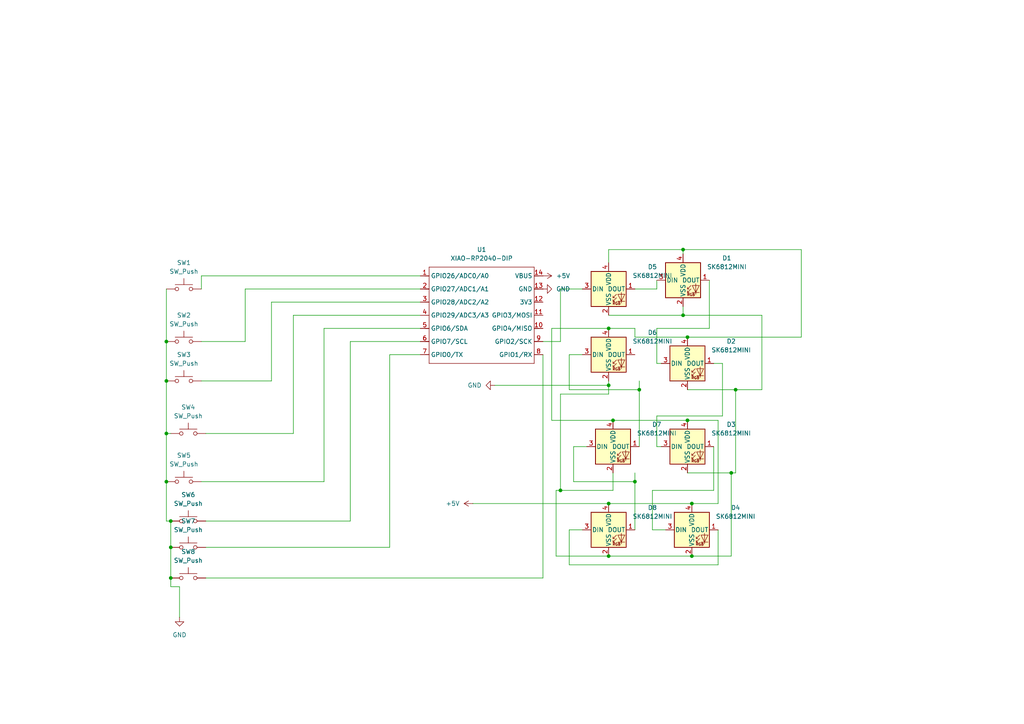
<source format=kicad_sch>
(kicad_sch
	(version 20250114)
	(generator "eeschema")
	(generator_version "9.0")
	(uuid "00dbcaf0-400d-4f8b-8d42-988afb13dc1b")
	(paper "A4")
	(lib_symbols
		(symbol "LED:SK6812MINI"
			(pin_names
				(offset 0.254)
			)
			(exclude_from_sim no)
			(in_bom yes)
			(on_board yes)
			(property "Reference" "D"
				(at 5.08 5.715 0)
				(effects
					(font
						(size 1.27 1.27)
					)
					(justify right bottom)
				)
			)
			(property "Value" "SK6812MINI"
				(at 1.27 -5.715 0)
				(effects
					(font
						(size 1.27 1.27)
					)
					(justify left top)
				)
			)
			(property "Footprint" "LED_SMD:LED_SK6812MINI_PLCC4_3.5x3.5mm_P1.75mm"
				(at 1.27 -7.62 0)
				(effects
					(font
						(size 1.27 1.27)
					)
					(justify left top)
					(hide yes)
				)
			)
			(property "Datasheet" "https://cdn-shop.adafruit.com/product-files/2686/SK6812MINI_REV.01-1-2.pdf"
				(at 2.54 -9.525 0)
				(effects
					(font
						(size 1.27 1.27)
					)
					(justify left top)
					(hide yes)
				)
			)
			(property "Description" "RGB LED with integrated controller"
				(at 0 0 0)
				(effects
					(font
						(size 1.27 1.27)
					)
					(hide yes)
				)
			)
			(property "ki_keywords" "RGB LED NeoPixel Mini addressable"
				(at 0 0 0)
				(effects
					(font
						(size 1.27 1.27)
					)
					(hide yes)
				)
			)
			(property "ki_fp_filters" "LED*SK6812MINI*PLCC*3.5x3.5mm*P1.75mm*"
				(at 0 0 0)
				(effects
					(font
						(size 1.27 1.27)
					)
					(hide yes)
				)
			)
			(symbol "SK6812MINI_0_0"
				(text "RGB"
					(at 2.286 -4.191 0)
					(effects
						(font
							(size 0.762 0.762)
						)
					)
				)
			)
			(symbol "SK6812MINI_0_1"
				(polyline
					(pts
						(xy 1.27 -2.54) (xy 1.778 -2.54)
					)
					(stroke
						(width 0)
						(type default)
					)
					(fill
						(type none)
					)
				)
				(polyline
					(pts
						(xy 1.27 -3.556) (xy 1.778 -3.556)
					)
					(stroke
						(width 0)
						(type default)
					)
					(fill
						(type none)
					)
				)
				(polyline
					(pts
						(xy 2.286 -1.524) (xy 1.27 -2.54) (xy 1.27 -2.032)
					)
					(stroke
						(width 0)
						(type default)
					)
					(fill
						(type none)
					)
				)
				(polyline
					(pts
						(xy 2.286 -2.54) (xy 1.27 -3.556) (xy 1.27 -3.048)
					)
					(stroke
						(width 0)
						(type default)
					)
					(fill
						(type none)
					)
				)
				(polyline
					(pts
						(xy 3.683 -1.016) (xy 3.683 -3.556) (xy 3.683 -4.064)
					)
					(stroke
						(width 0)
						(type default)
					)
					(fill
						(type none)
					)
				)
				(polyline
					(pts
						(xy 4.699 -1.524) (xy 2.667 -1.524) (xy 3.683 -3.556) (xy 4.699 -1.524)
					)
					(stroke
						(width 0)
						(type default)
					)
					(fill
						(type none)
					)
				)
				(polyline
					(pts
						(xy 4.699 -3.556) (xy 2.667 -3.556)
					)
					(stroke
						(width 0)
						(type default)
					)
					(fill
						(type none)
					)
				)
				(rectangle
					(start 5.08 5.08)
					(end -5.08 -5.08)
					(stroke
						(width 0.254)
						(type default)
					)
					(fill
						(type background)
					)
				)
			)
			(symbol "SK6812MINI_1_1"
				(pin input line
					(at -7.62 0 0)
					(length 2.54)
					(name "DIN"
						(effects
							(font
								(size 1.27 1.27)
							)
						)
					)
					(number "3"
						(effects
							(font
								(size 1.27 1.27)
							)
						)
					)
				)
				(pin power_in line
					(at 0 7.62 270)
					(length 2.54)
					(name "VDD"
						(effects
							(font
								(size 1.27 1.27)
							)
						)
					)
					(number "4"
						(effects
							(font
								(size 1.27 1.27)
							)
						)
					)
				)
				(pin power_in line
					(at 0 -7.62 90)
					(length 2.54)
					(name "VSS"
						(effects
							(font
								(size 1.27 1.27)
							)
						)
					)
					(number "2"
						(effects
							(font
								(size 1.27 1.27)
							)
						)
					)
				)
				(pin output line
					(at 7.62 0 180)
					(length 2.54)
					(name "DOUT"
						(effects
							(font
								(size 1.27 1.27)
							)
						)
					)
					(number "1"
						(effects
							(font
								(size 1.27 1.27)
							)
						)
					)
				)
			)
			(embedded_fonts no)
		)
		(symbol "OPL:XIAO-RP2040-DIP"
			(exclude_from_sim no)
			(in_bom yes)
			(on_board yes)
			(property "Reference" "U"
				(at 0 0 0)
				(effects
					(font
						(size 1.27 1.27)
					)
				)
			)
			(property "Value" "XIAO-RP2040-DIP"
				(at 5.334 -1.778 0)
				(effects
					(font
						(size 1.27 1.27)
					)
				)
			)
			(property "Footprint" "Module:MOUDLE14P-XIAO-DIP-SMD"
				(at 14.478 -32.258 0)
				(effects
					(font
						(size 1.27 1.27)
					)
					(hide yes)
				)
			)
			(property "Datasheet" ""
				(at 0 0 0)
				(effects
					(font
						(size 1.27 1.27)
					)
					(hide yes)
				)
			)
			(property "Description" ""
				(at 0 0 0)
				(effects
					(font
						(size 1.27 1.27)
					)
					(hide yes)
				)
			)
			(symbol "XIAO-RP2040-DIP_1_0"
				(polyline
					(pts
						(xy -1.27 -2.54) (xy 29.21 -2.54)
					)
					(stroke
						(width 0.1524)
						(type solid)
					)
					(fill
						(type none)
					)
				)
				(polyline
					(pts
						(xy -1.27 -5.08) (xy -2.54 -5.08)
					)
					(stroke
						(width 0.1524)
						(type solid)
					)
					(fill
						(type none)
					)
				)
				(polyline
					(pts
						(xy -1.27 -5.08) (xy -1.27 -2.54)
					)
					(stroke
						(width 0.1524)
						(type solid)
					)
					(fill
						(type none)
					)
				)
				(polyline
					(pts
						(xy -1.27 -8.89) (xy -2.54 -8.89)
					)
					(stroke
						(width 0.1524)
						(type solid)
					)
					(fill
						(type none)
					)
				)
				(polyline
					(pts
						(xy -1.27 -8.89) (xy -1.27 -5.08)
					)
					(stroke
						(width 0.1524)
						(type solid)
					)
					(fill
						(type none)
					)
				)
				(polyline
					(pts
						(xy -1.27 -12.7) (xy -2.54 -12.7)
					)
					(stroke
						(width 0.1524)
						(type solid)
					)
					(fill
						(type none)
					)
				)
				(polyline
					(pts
						(xy -1.27 -12.7) (xy -1.27 -8.89)
					)
					(stroke
						(width 0.1524)
						(type solid)
					)
					(fill
						(type none)
					)
				)
				(polyline
					(pts
						(xy -1.27 -16.51) (xy -2.54 -16.51)
					)
					(stroke
						(width 0.1524)
						(type solid)
					)
					(fill
						(type none)
					)
				)
				(polyline
					(pts
						(xy -1.27 -16.51) (xy -1.27 -12.7)
					)
					(stroke
						(width 0.1524)
						(type solid)
					)
					(fill
						(type none)
					)
				)
				(polyline
					(pts
						(xy -1.27 -20.32) (xy -2.54 -20.32)
					)
					(stroke
						(width 0.1524)
						(type solid)
					)
					(fill
						(type none)
					)
				)
				(polyline
					(pts
						(xy -1.27 -24.13) (xy -2.54 -24.13)
					)
					(stroke
						(width 0.1524)
						(type solid)
					)
					(fill
						(type none)
					)
				)
				(polyline
					(pts
						(xy -1.27 -27.94) (xy -2.54 -27.94)
					)
					(stroke
						(width 0.1524)
						(type solid)
					)
					(fill
						(type none)
					)
				)
				(polyline
					(pts
						(xy -1.27 -30.48) (xy -1.27 -16.51)
					)
					(stroke
						(width 0.1524)
						(type solid)
					)
					(fill
						(type none)
					)
				)
				(polyline
					(pts
						(xy 29.21 -2.54) (xy 29.21 -5.08)
					)
					(stroke
						(width 0.1524)
						(type solid)
					)
					(fill
						(type none)
					)
				)
				(polyline
					(pts
						(xy 29.21 -5.08) (xy 29.21 -8.89)
					)
					(stroke
						(width 0.1524)
						(type solid)
					)
					(fill
						(type none)
					)
				)
				(polyline
					(pts
						(xy 29.21 -8.89) (xy 29.21 -12.7)
					)
					(stroke
						(width 0.1524)
						(type solid)
					)
					(fill
						(type none)
					)
				)
				(polyline
					(pts
						(xy 29.21 -12.7) (xy 29.21 -30.48)
					)
					(stroke
						(width 0.1524)
						(type solid)
					)
					(fill
						(type none)
					)
				)
				(polyline
					(pts
						(xy 29.21 -30.48) (xy -1.27 -30.48)
					)
					(stroke
						(width 0.1524)
						(type solid)
					)
					(fill
						(type none)
					)
				)
				(polyline
					(pts
						(xy 30.48 -5.08) (xy 29.21 -5.08)
					)
					(stroke
						(width 0.1524)
						(type solid)
					)
					(fill
						(type none)
					)
				)
				(polyline
					(pts
						(xy 30.48 -8.89) (xy 29.21 -8.89)
					)
					(stroke
						(width 0.1524)
						(type solid)
					)
					(fill
						(type none)
					)
				)
				(polyline
					(pts
						(xy 30.48 -12.7) (xy 29.21 -12.7)
					)
					(stroke
						(width 0.1524)
						(type solid)
					)
					(fill
						(type none)
					)
				)
				(polyline
					(pts
						(xy 30.48 -16.51) (xy 29.21 -16.51)
					)
					(stroke
						(width 0.1524)
						(type solid)
					)
					(fill
						(type none)
					)
				)
				(polyline
					(pts
						(xy 30.48 -20.32) (xy 29.21 -20.32)
					)
					(stroke
						(width 0.1524)
						(type solid)
					)
					(fill
						(type none)
					)
				)
				(polyline
					(pts
						(xy 30.48 -24.13) (xy 29.21 -24.13)
					)
					(stroke
						(width 0.1524)
						(type solid)
					)
					(fill
						(type none)
					)
				)
				(polyline
					(pts
						(xy 30.48 -27.94) (xy 29.21 -27.94)
					)
					(stroke
						(width 0.1524)
						(type solid)
					)
					(fill
						(type none)
					)
				)
				(pin passive line
					(at -3.81 -5.08 0)
					(length 2.54)
					(name "GPIO26/ADC0/A0"
						(effects
							(font
								(size 1.27 1.27)
							)
						)
					)
					(number "1"
						(effects
							(font
								(size 1.27 1.27)
							)
						)
					)
				)
				(pin passive line
					(at -3.81 -8.89 0)
					(length 2.54)
					(name "GPIO27/ADC1/A1"
						(effects
							(font
								(size 1.27 1.27)
							)
						)
					)
					(number "2"
						(effects
							(font
								(size 1.27 1.27)
							)
						)
					)
				)
				(pin passive line
					(at -3.81 -12.7 0)
					(length 2.54)
					(name "GPIO28/ADC2/A2"
						(effects
							(font
								(size 1.27 1.27)
							)
						)
					)
					(number "3"
						(effects
							(font
								(size 1.27 1.27)
							)
						)
					)
				)
				(pin passive line
					(at -3.81 -16.51 0)
					(length 2.54)
					(name "GPIO29/ADC3/A3"
						(effects
							(font
								(size 1.27 1.27)
							)
						)
					)
					(number "4"
						(effects
							(font
								(size 1.27 1.27)
							)
						)
					)
				)
				(pin passive line
					(at -3.81 -20.32 0)
					(length 2.54)
					(name "GPIO6/SDA"
						(effects
							(font
								(size 1.27 1.27)
							)
						)
					)
					(number "5"
						(effects
							(font
								(size 1.27 1.27)
							)
						)
					)
				)
				(pin passive line
					(at -3.81 -24.13 0)
					(length 2.54)
					(name "GPIO7/SCL"
						(effects
							(font
								(size 1.27 1.27)
							)
						)
					)
					(number "6"
						(effects
							(font
								(size 1.27 1.27)
							)
						)
					)
				)
				(pin passive line
					(at -3.81 -27.94 0)
					(length 2.54)
					(name "GPIO0/TX"
						(effects
							(font
								(size 1.27 1.27)
							)
						)
					)
					(number "7"
						(effects
							(font
								(size 1.27 1.27)
							)
						)
					)
				)
				(pin passive line
					(at 31.75 -5.08 180)
					(length 2.54)
					(name "VBUS"
						(effects
							(font
								(size 1.27 1.27)
							)
						)
					)
					(number "14"
						(effects
							(font
								(size 1.27 1.27)
							)
						)
					)
				)
				(pin passive line
					(at 31.75 -8.89 180)
					(length 2.54)
					(name "GND"
						(effects
							(font
								(size 1.27 1.27)
							)
						)
					)
					(number "13"
						(effects
							(font
								(size 1.27 1.27)
							)
						)
					)
				)
				(pin passive line
					(at 31.75 -12.7 180)
					(length 2.54)
					(name "3V3"
						(effects
							(font
								(size 1.27 1.27)
							)
						)
					)
					(number "12"
						(effects
							(font
								(size 1.27 1.27)
							)
						)
					)
				)
				(pin passive line
					(at 31.75 -16.51 180)
					(length 2.54)
					(name "GPIO3/MOSI"
						(effects
							(font
								(size 1.27 1.27)
							)
						)
					)
					(number "11"
						(effects
							(font
								(size 1.27 1.27)
							)
						)
					)
				)
				(pin passive line
					(at 31.75 -20.32 180)
					(length 2.54)
					(name "GPIO4/MISO"
						(effects
							(font
								(size 1.27 1.27)
							)
						)
					)
					(number "10"
						(effects
							(font
								(size 1.27 1.27)
							)
						)
					)
				)
				(pin passive line
					(at 31.75 -24.13 180)
					(length 2.54)
					(name "GPIO2/SCK"
						(effects
							(font
								(size 1.27 1.27)
							)
						)
					)
					(number "9"
						(effects
							(font
								(size 1.27 1.27)
							)
						)
					)
				)
				(pin passive line
					(at 31.75 -27.94 180)
					(length 2.54)
					(name "GPIO1/RX"
						(effects
							(font
								(size 1.27 1.27)
							)
						)
					)
					(number "8"
						(effects
							(font
								(size 1.27 1.27)
							)
						)
					)
				)
			)
			(embedded_fonts no)
		)
		(symbol "Switch:SW_Push"
			(pin_numbers
				(hide yes)
			)
			(pin_names
				(offset 1.016)
				(hide yes)
			)
			(exclude_from_sim no)
			(in_bom yes)
			(on_board yes)
			(property "Reference" "SW"
				(at 1.27 2.54 0)
				(effects
					(font
						(size 1.27 1.27)
					)
					(justify left)
				)
			)
			(property "Value" "SW_Push"
				(at 0 -1.524 0)
				(effects
					(font
						(size 1.27 1.27)
					)
				)
			)
			(property "Footprint" ""
				(at 0 5.08 0)
				(effects
					(font
						(size 1.27 1.27)
					)
					(hide yes)
				)
			)
			(property "Datasheet" "~"
				(at 0 5.08 0)
				(effects
					(font
						(size 1.27 1.27)
					)
					(hide yes)
				)
			)
			(property "Description" "Push button switch, generic, two pins"
				(at 0 0 0)
				(effects
					(font
						(size 1.27 1.27)
					)
					(hide yes)
				)
			)
			(property "ki_keywords" "switch normally-open pushbutton push-button"
				(at 0 0 0)
				(effects
					(font
						(size 1.27 1.27)
					)
					(hide yes)
				)
			)
			(symbol "SW_Push_0_1"
				(circle
					(center -2.032 0)
					(radius 0.508)
					(stroke
						(width 0)
						(type default)
					)
					(fill
						(type none)
					)
				)
				(polyline
					(pts
						(xy 0 1.27) (xy 0 3.048)
					)
					(stroke
						(width 0)
						(type default)
					)
					(fill
						(type none)
					)
				)
				(circle
					(center 2.032 0)
					(radius 0.508)
					(stroke
						(width 0)
						(type default)
					)
					(fill
						(type none)
					)
				)
				(polyline
					(pts
						(xy 2.54 1.27) (xy -2.54 1.27)
					)
					(stroke
						(width 0)
						(type default)
					)
					(fill
						(type none)
					)
				)
				(pin passive line
					(at -5.08 0 0)
					(length 2.54)
					(name "1"
						(effects
							(font
								(size 1.27 1.27)
							)
						)
					)
					(number "1"
						(effects
							(font
								(size 1.27 1.27)
							)
						)
					)
				)
				(pin passive line
					(at 5.08 0 180)
					(length 2.54)
					(name "2"
						(effects
							(font
								(size 1.27 1.27)
							)
						)
					)
					(number "2"
						(effects
							(font
								(size 1.27 1.27)
							)
						)
					)
				)
			)
			(embedded_fonts no)
		)
		(symbol "power:+5V"
			(power)
			(pin_numbers
				(hide yes)
			)
			(pin_names
				(offset 0)
				(hide yes)
			)
			(exclude_from_sim no)
			(in_bom yes)
			(on_board yes)
			(property "Reference" "#PWR"
				(at 0 -3.81 0)
				(effects
					(font
						(size 1.27 1.27)
					)
					(hide yes)
				)
			)
			(property "Value" "+5V"
				(at 0 3.556 0)
				(effects
					(font
						(size 1.27 1.27)
					)
				)
			)
			(property "Footprint" ""
				(at 0 0 0)
				(effects
					(font
						(size 1.27 1.27)
					)
					(hide yes)
				)
			)
			(property "Datasheet" ""
				(at 0 0 0)
				(effects
					(font
						(size 1.27 1.27)
					)
					(hide yes)
				)
			)
			(property "Description" "Power symbol creates a global label with name \"+5V\""
				(at 0 0 0)
				(effects
					(font
						(size 1.27 1.27)
					)
					(hide yes)
				)
			)
			(property "ki_keywords" "global power"
				(at 0 0 0)
				(effects
					(font
						(size 1.27 1.27)
					)
					(hide yes)
				)
			)
			(symbol "+5V_0_1"
				(polyline
					(pts
						(xy -0.762 1.27) (xy 0 2.54)
					)
					(stroke
						(width 0)
						(type default)
					)
					(fill
						(type none)
					)
				)
				(polyline
					(pts
						(xy 0 2.54) (xy 0.762 1.27)
					)
					(stroke
						(width 0)
						(type default)
					)
					(fill
						(type none)
					)
				)
				(polyline
					(pts
						(xy 0 0) (xy 0 2.54)
					)
					(stroke
						(width 0)
						(type default)
					)
					(fill
						(type none)
					)
				)
			)
			(symbol "+5V_1_1"
				(pin power_in line
					(at 0 0 90)
					(length 0)
					(name "~"
						(effects
							(font
								(size 1.27 1.27)
							)
						)
					)
					(number "1"
						(effects
							(font
								(size 1.27 1.27)
							)
						)
					)
				)
			)
			(embedded_fonts no)
		)
		(symbol "power:GND"
			(power)
			(pin_numbers
				(hide yes)
			)
			(pin_names
				(offset 0)
				(hide yes)
			)
			(exclude_from_sim no)
			(in_bom yes)
			(on_board yes)
			(property "Reference" "#PWR"
				(at 0 -6.35 0)
				(effects
					(font
						(size 1.27 1.27)
					)
					(hide yes)
				)
			)
			(property "Value" "GND"
				(at 0 -3.81 0)
				(effects
					(font
						(size 1.27 1.27)
					)
				)
			)
			(property "Footprint" ""
				(at 0 0 0)
				(effects
					(font
						(size 1.27 1.27)
					)
					(hide yes)
				)
			)
			(property "Datasheet" ""
				(at 0 0 0)
				(effects
					(font
						(size 1.27 1.27)
					)
					(hide yes)
				)
			)
			(property "Description" "Power symbol creates a global label with name \"GND\" , ground"
				(at 0 0 0)
				(effects
					(font
						(size 1.27 1.27)
					)
					(hide yes)
				)
			)
			(property "ki_keywords" "global power"
				(at 0 0 0)
				(effects
					(font
						(size 1.27 1.27)
					)
					(hide yes)
				)
			)
			(symbol "GND_0_1"
				(polyline
					(pts
						(xy 0 0) (xy 0 -1.27) (xy 1.27 -1.27) (xy 0 -2.54) (xy -1.27 -1.27) (xy 0 -1.27)
					)
					(stroke
						(width 0)
						(type default)
					)
					(fill
						(type none)
					)
				)
			)
			(symbol "GND_1_1"
				(pin power_in line
					(at 0 0 270)
					(length 0)
					(name "~"
						(effects
							(font
								(size 1.27 1.27)
							)
						)
					)
					(number "1"
						(effects
							(font
								(size 1.27 1.27)
							)
						)
					)
				)
			)
			(embedded_fonts no)
		)
	)
	(junction
		(at 200.66 161.29)
		(diameter 0)
		(color 0 0 0 0)
		(uuid "00a839a0-7e3e-49ba-8b4d-6e9d157459c3")
	)
	(junction
		(at 48.26 125.73)
		(diameter 0)
		(color 0 0 0 0)
		(uuid "091fd055-dfcd-4a6b-aa45-6ab059c64ae3")
	)
	(junction
		(at 176.53 95.25)
		(diameter 0)
		(color 0 0 0 0)
		(uuid "0f884b30-caeb-41af-a96b-147fa4372b10")
	)
	(junction
		(at 198.12 72.39)
		(diameter 0)
		(color 0 0 0 0)
		(uuid "1772d747-8c24-49fc-afbc-3fe796201d27")
	)
	(junction
		(at 199.39 121.92)
		(diameter 0)
		(color 0 0 0 0)
		(uuid "24e8edd8-e6a5-4900-853b-40b3f8e210b6")
	)
	(junction
		(at 48.26 110.49)
		(diameter 0)
		(color 0 0 0 0)
		(uuid "3f064ce5-dffa-4d86-b18e-6e2a692e00ba")
	)
	(junction
		(at 49.53 151.13)
		(diameter 0)
		(color 0 0 0 0)
		(uuid "531340b1-5dad-44b5-b533-67ec17b15c52")
	)
	(junction
		(at 212.09 137.16)
		(diameter 0)
		(color 0 0 0 0)
		(uuid "5b36372a-e2c0-49e1-a629-77ff09168f23")
	)
	(junction
		(at 185.42 113.03)
		(diameter 0)
		(color 0 0 0 0)
		(uuid "61a31adc-c3e6-4f3d-bad9-fc98d62d710b")
	)
	(junction
		(at 49.53 158.75)
		(diameter 0)
		(color 0 0 0 0)
		(uuid "70645101-42b5-4ceb-8db2-a0fd1deeff8e")
	)
	(junction
		(at 162.56 142.24)
		(diameter 0)
		(color 0 0 0 0)
		(uuid "70a6c2af-8b73-4d86-81ae-e7c4cb46d403")
	)
	(junction
		(at 176.53 111.76)
		(diameter 0)
		(color 0 0 0 0)
		(uuid "9510dcb2-2ba0-4cfe-a06d-b295c807dc34")
	)
	(junction
		(at 200.66 146.05)
		(diameter 0)
		(color 0 0 0 0)
		(uuid "9b17688d-418e-4da0-af78-02126ca34fcd")
	)
	(junction
		(at 48.26 139.7)
		(diameter 0)
		(color 0 0 0 0)
		(uuid "9c9112f6-4c3f-4fed-8b27-b5fbc8f4bcec")
	)
	(junction
		(at 199.39 97.79)
		(diameter 0)
		(color 0 0 0 0)
		(uuid "a5a3c816-21f0-4762-83a5-4cf385495cb1")
	)
	(junction
		(at 177.8 121.92)
		(diameter 0)
		(color 0 0 0 0)
		(uuid "a6f9a2d3-63a1-4110-a6c3-d327f07d2828")
	)
	(junction
		(at 48.26 99.06)
		(diameter 0)
		(color 0 0 0 0)
		(uuid "c09389be-d299-41d9-8035-2f571d589f30")
	)
	(junction
		(at 213.36 113.03)
		(diameter 0)
		(color 0 0 0 0)
		(uuid "cd3a52cc-991c-4b8d-8f91-1984e77d3df4")
	)
	(junction
		(at 198.12 91.44)
		(diameter 0)
		(color 0 0 0 0)
		(uuid "dbfa0389-bed0-47e1-80d0-c0e4493f232b")
	)
	(junction
		(at 176.53 161.29)
		(diameter 0)
		(color 0 0 0 0)
		(uuid "e71d8b3a-1492-4f44-82b7-d701eacc5748")
	)
	(junction
		(at 176.53 146.05)
		(diameter 0)
		(color 0 0 0 0)
		(uuid "e7c5d288-c3e9-4a97-a011-8a245916064e")
	)
	(junction
		(at 49.53 167.64)
		(diameter 0)
		(color 0 0 0 0)
		(uuid "fedf15c6-0e23-4b6c-8ca3-ae330b763c95")
	)
	(junction
		(at 184.15 139.7)
		(diameter 0)
		(color 0 0 0 0)
		(uuid "ffa65fe4-c5c6-46f3-a0f2-a8e6e49e4cfb")
	)
	(wire
		(pts
			(xy 48.26 151.13) (xy 49.53 151.13)
		)
		(stroke
			(width 0)
			(type default)
		)
		(uuid "0048913e-76a2-433f-847e-f06f5d249953")
	)
	(wire
		(pts
			(xy 162.56 142.24) (xy 162.56 114.3)
		)
		(stroke
			(width 0)
			(type default)
		)
		(uuid "0112dc1f-33cb-4b1d-bb38-079e4e90ede2")
	)
	(wire
		(pts
			(xy 93.98 95.25) (xy 121.92 95.25)
		)
		(stroke
			(width 0)
			(type default)
		)
		(uuid "014f4286-dc6a-4866-87bc-0a9f273f55e5")
	)
	(wire
		(pts
			(xy 184.15 153.67) (xy 184.15 139.7)
		)
		(stroke
			(width 0)
			(type default)
		)
		(uuid "0829944c-b257-4eb5-8e23-397b38f0ce78")
	)
	(wire
		(pts
			(xy 176.53 95.25) (xy 184.15 95.25)
		)
		(stroke
			(width 0)
			(type default)
		)
		(uuid "0abbcc46-c8b6-4fc7-a66e-1e1e7641d289")
	)
	(wire
		(pts
			(xy 48.26 83.82) (xy 48.26 99.06)
		)
		(stroke
			(width 0)
			(type default)
		)
		(uuid "0ade94dc-6bc7-4fc9-8abf-e7f5223ece6c")
	)
	(wire
		(pts
			(xy 113.03 158.75) (xy 113.03 102.87)
		)
		(stroke
			(width 0)
			(type default)
		)
		(uuid "0b4913f4-16d9-4973-b8cd-00d02d9149ed")
	)
	(wire
		(pts
			(xy 176.53 91.44) (xy 198.12 91.44)
		)
		(stroke
			(width 0)
			(type default)
		)
		(uuid "0ef7ca74-e40b-42d2-a79f-47c8459f261a")
	)
	(wire
		(pts
			(xy 59.69 158.75) (xy 113.03 158.75)
		)
		(stroke
			(width 0)
			(type default)
		)
		(uuid "112c28ad-b3c4-443f-b72e-19071cf2d1bc")
	)
	(wire
		(pts
			(xy 232.41 97.79) (xy 199.39 97.79)
		)
		(stroke
			(width 0)
			(type default)
		)
		(uuid "1162044f-489a-4d5c-9518-3010ba22a9bf")
	)
	(wire
		(pts
			(xy 176.53 76.2) (xy 176.53 72.39)
		)
		(stroke
			(width 0)
			(type default)
		)
		(uuid "136daabb-122a-4698-8cc4-d70c2e2c9ded")
	)
	(wire
		(pts
			(xy 176.53 146.05) (xy 200.66 146.05)
		)
		(stroke
			(width 0)
			(type default)
		)
		(uuid "143f2ce3-e20d-4689-a359-4a286ab259e1")
	)
	(wire
		(pts
			(xy 184.15 139.7) (xy 166.37 139.7)
		)
		(stroke
			(width 0)
			(type default)
		)
		(uuid "148a4b52-4053-4acf-8235-ee43167ea59f")
	)
	(wire
		(pts
			(xy 162.56 114.3) (xy 176.53 114.3)
		)
		(stroke
			(width 0)
			(type default)
		)
		(uuid "1879bfd1-ce93-4c88-ba83-712407302f3a")
	)
	(wire
		(pts
			(xy 162.56 99.06) (xy 162.56 83.82)
		)
		(stroke
			(width 0)
			(type default)
		)
		(uuid "1a4e7929-5099-4ce9-af4f-c6e7b7fddd9c")
	)
	(wire
		(pts
			(xy 176.53 95.25) (xy 160.02 95.25)
		)
		(stroke
			(width 0)
			(type default)
		)
		(uuid "1d1ffc82-4c3e-4d2c-a209-ce7dabf2c555")
	)
	(wire
		(pts
			(xy 184.15 97.79) (xy 184.15 95.25)
		)
		(stroke
			(width 0)
			(type default)
		)
		(uuid "1f3f70ad-fdf3-4431-b8c0-0b7ae0111dcf")
	)
	(wire
		(pts
			(xy 176.53 114.3) (xy 176.53 111.76)
		)
		(stroke
			(width 0)
			(type default)
		)
		(uuid "22815246-1c35-4524-b1ef-4b1243844e63")
	)
	(wire
		(pts
			(xy 93.98 139.7) (xy 93.98 95.25)
		)
		(stroke
			(width 0)
			(type default)
		)
		(uuid "28ff62d6-bee2-45e8-a012-25d2eaa82712")
	)
	(wire
		(pts
			(xy 101.6 99.06) (xy 121.92 99.06)
		)
		(stroke
			(width 0)
			(type default)
		)
		(uuid "2a132add-3e05-4674-a778-0f2681f34f9e")
	)
	(wire
		(pts
			(xy 166.37 129.54) (xy 170.18 129.54)
		)
		(stroke
			(width 0)
			(type default)
		)
		(uuid "2f4bfaab-65e5-40be-af5f-c297478d5125")
	)
	(wire
		(pts
			(xy 165.1 153.67) (xy 168.91 153.67)
		)
		(stroke
			(width 0)
			(type default)
		)
		(uuid "30fbc9df-ef24-45e6-8aa7-2614775d95e5")
	)
	(wire
		(pts
			(xy 58.42 80.01) (xy 121.92 80.01)
		)
		(stroke
			(width 0)
			(type default)
		)
		(uuid "311b4cb2-9435-4767-b524-41b6cb36df0b")
	)
	(wire
		(pts
			(xy 165.1 102.87) (xy 168.91 102.87)
		)
		(stroke
			(width 0)
			(type default)
		)
		(uuid "326a52ef-0efb-4ebb-95b7-edb1b5f57d03")
	)
	(wire
		(pts
			(xy 85.09 91.44) (xy 121.92 91.44)
		)
		(stroke
			(width 0)
			(type default)
		)
		(uuid "34417607-95a9-4d3d-a025-0c2396da4433")
	)
	(wire
		(pts
			(xy 161.29 142.24) (xy 162.56 142.24)
		)
		(stroke
			(width 0)
			(type default)
		)
		(uuid "392280fc-7e4e-493f-8831-53729c48613b")
	)
	(wire
		(pts
			(xy 160.02 121.92) (xy 177.8 121.92)
		)
		(stroke
			(width 0)
			(type default)
		)
		(uuid "3a769b14-9772-42fa-8bf6-ceca6f1e3016")
	)
	(wire
		(pts
			(xy 59.69 151.13) (xy 101.6 151.13)
		)
		(stroke
			(width 0)
			(type default)
		)
		(uuid "3d804f28-bb6f-4fb3-9349-66ac58b41699")
	)
	(wire
		(pts
			(xy 185.42 113.03) (xy 165.1 113.03)
		)
		(stroke
			(width 0)
			(type default)
		)
		(uuid "4228696b-9fca-440f-8dac-a1daa9f26f85")
	)
	(wire
		(pts
			(xy 199.39 121.92) (xy 208.28 121.92)
		)
		(stroke
			(width 0)
			(type default)
		)
		(uuid "461efa95-fb06-4ab7-b149-75d5963ed551")
	)
	(wire
		(pts
			(xy 78.74 110.49) (xy 78.74 87.63)
		)
		(stroke
			(width 0)
			(type default)
		)
		(uuid "46493579-a85d-4a9f-9d1c-cd0299ac8384")
	)
	(wire
		(pts
			(xy 48.26 139.7) (xy 48.26 151.13)
		)
		(stroke
			(width 0)
			(type default)
		)
		(uuid "4bebae21-9d94-4a53-8f88-92abe2ce47f3")
	)
	(wire
		(pts
			(xy 198.12 72.39) (xy 232.41 72.39)
		)
		(stroke
			(width 0)
			(type default)
		)
		(uuid "512f20b8-3c4a-4bf0-995c-3b5f7101cdae")
	)
	(wire
		(pts
			(xy 205.74 81.28) (xy 205.74 95.25)
		)
		(stroke
			(width 0)
			(type default)
		)
		(uuid "5151d3b8-5676-46cf-86b6-2f8bfe5b0d14")
	)
	(wire
		(pts
			(xy 165.1 102.87) (xy 165.1 113.03)
		)
		(stroke
			(width 0)
			(type default)
		)
		(uuid "5177e69e-dc9b-4d06-ab60-1a6d4bef250b")
	)
	(wire
		(pts
			(xy 212.09 137.16) (xy 199.39 137.16)
		)
		(stroke
			(width 0)
			(type default)
		)
		(uuid "5206d14b-e99f-4eea-887b-8c39fe9b8181")
	)
	(wire
		(pts
			(xy 157.48 167.64) (xy 157.48 102.87)
		)
		(stroke
			(width 0)
			(type default)
		)
		(uuid "550f6d56-ca30-41a0-9c90-1947423e2a3a")
	)
	(wire
		(pts
			(xy 161.29 161.29) (xy 161.29 142.24)
		)
		(stroke
			(width 0)
			(type default)
		)
		(uuid "59843ccb-ffd7-4247-95cd-a384988a5ebc")
	)
	(wire
		(pts
			(xy 176.53 161.29) (xy 200.66 161.29)
		)
		(stroke
			(width 0)
			(type default)
		)
		(uuid "60116695-7eea-4e33-9f79-a2cb9dcc835b")
	)
	(wire
		(pts
			(xy 58.42 110.49) (xy 78.74 110.49)
		)
		(stroke
			(width 0)
			(type default)
		)
		(uuid "63c89862-c175-4f9b-9000-755e1e542233")
	)
	(wire
		(pts
			(xy 165.1 163.83) (xy 165.1 153.67)
		)
		(stroke
			(width 0)
			(type default)
		)
		(uuid "699a2388-6005-4b34-bcf2-0590d4bbfe34")
	)
	(wire
		(pts
			(xy 232.41 72.39) (xy 232.41 97.79)
		)
		(stroke
			(width 0)
			(type default)
		)
		(uuid "6a0260ea-9d31-4049-ae45-ce9dc2c13439")
	)
	(wire
		(pts
			(xy 143.51 111.76) (xy 176.53 111.76)
		)
		(stroke
			(width 0)
			(type default)
		)
		(uuid "6b94ab12-7eb9-4f87-b5ab-f82b1ad3c690")
	)
	(wire
		(pts
			(xy 207.01 105.41) (xy 209.55 105.41)
		)
		(stroke
			(width 0)
			(type default)
		)
		(uuid "6e24a994-d252-4a48-b98f-2e998f80a33b")
	)
	(wire
		(pts
			(xy 49.53 158.75) (xy 49.53 167.64)
		)
		(stroke
			(width 0)
			(type default)
		)
		(uuid "6ff1fb46-d9d1-4b7a-b146-967e43cd9e46")
	)
	(wire
		(pts
			(xy 52.07 179.07) (xy 52.07 170.18)
		)
		(stroke
			(width 0)
			(type default)
		)
		(uuid "74b205c9-6de5-48ff-9154-d2b3abf50884")
	)
	(wire
		(pts
			(xy 176.53 111.76) (xy 176.53 110.49)
		)
		(stroke
			(width 0)
			(type default)
		)
		(uuid "774b1c3b-d65a-488f-bb07-4e69ef680939")
	)
	(wire
		(pts
			(xy 48.26 125.73) (xy 49.53 125.73)
		)
		(stroke
			(width 0)
			(type default)
		)
		(uuid "7bde38a4-72d0-4215-b2f3-c085a4f60814")
	)
	(wire
		(pts
			(xy 49.53 170.18) (xy 49.53 167.64)
		)
		(stroke
			(width 0)
			(type default)
		)
		(uuid "7d2debb4-1e5d-4c56-867b-bb28fbd52586")
	)
	(wire
		(pts
			(xy 207.01 142.24) (xy 189.23 142.24)
		)
		(stroke
			(width 0)
			(type default)
		)
		(uuid "7db88d51-526e-4ac5-9ce8-707b9e020a36")
	)
	(wire
		(pts
			(xy 48.26 139.7) (xy 48.26 125.73)
		)
		(stroke
			(width 0)
			(type default)
		)
		(uuid "7e5903bd-77af-4960-a1b4-fd2805930fad")
	)
	(wire
		(pts
			(xy 200.66 161.29) (xy 212.09 161.29)
		)
		(stroke
			(width 0)
			(type default)
		)
		(uuid "7f153cbb-7c34-4960-8fe3-ad1de47023f6")
	)
	(wire
		(pts
			(xy 78.74 87.63) (xy 121.92 87.63)
		)
		(stroke
			(width 0)
			(type default)
		)
		(uuid "83a82a68-ae3c-4841-8892-e0d8e03e33c7")
	)
	(wire
		(pts
			(xy 58.42 99.06) (xy 71.12 99.06)
		)
		(stroke
			(width 0)
			(type default)
		)
		(uuid "84dff3d0-be84-4cc0-a3ee-4dcfbf04ce2d")
	)
	(wire
		(pts
			(xy 208.28 121.92) (xy 208.28 146.05)
		)
		(stroke
			(width 0)
			(type default)
		)
		(uuid "86a8cce9-e052-4727-8ef5-9747334fda96")
	)
	(wire
		(pts
			(xy 160.02 95.25) (xy 160.02 121.92)
		)
		(stroke
			(width 0)
			(type default)
		)
		(uuid "86fa0d43-d7e2-4366-af5f-f119df308638")
	)
	(wire
		(pts
			(xy 209.55 120.65) (xy 190.5 120.65)
		)
		(stroke
			(width 0)
			(type default)
		)
		(uuid "875851ef-467c-4f67-a13c-d0db1b95b6b3")
	)
	(wire
		(pts
			(xy 162.56 83.82) (xy 168.91 83.82)
		)
		(stroke
			(width 0)
			(type default)
		)
		(uuid "8bad3790-c686-43d2-b3d0-d352488d6331")
	)
	(wire
		(pts
			(xy 113.03 102.87) (xy 121.92 102.87)
		)
		(stroke
			(width 0)
			(type default)
		)
		(uuid "8c4e8154-bc3b-4be1-a3c4-a6626ceb5a75")
	)
	(wire
		(pts
			(xy 213.36 113.03) (xy 213.36 137.16)
		)
		(stroke
			(width 0)
			(type default)
		)
		(uuid "8d67bf9d-4111-42c0-b919-7a8382ad8d24")
	)
	(wire
		(pts
			(xy 48.26 110.49) (xy 48.26 125.73)
		)
		(stroke
			(width 0)
			(type default)
		)
		(uuid "8e5860c5-6b12-4249-9953-3619bc0ef14a")
	)
	(wire
		(pts
			(xy 157.48 99.06) (xy 162.56 99.06)
		)
		(stroke
			(width 0)
			(type default)
		)
		(uuid "90a35a95-77a8-4235-8ac4-03f1636da09d")
	)
	(wire
		(pts
			(xy 208.28 163.83) (xy 165.1 163.83)
		)
		(stroke
			(width 0)
			(type default)
		)
		(uuid "93fa88cd-3eda-4f3a-ab61-7d24de5ed069")
	)
	(wire
		(pts
			(xy 209.55 105.41) (xy 209.55 120.65)
		)
		(stroke
			(width 0)
			(type default)
		)
		(uuid "94d2ea0e-0f3a-4be3-8b33-697d2875d05e")
	)
	(wire
		(pts
			(xy 213.36 113.03) (xy 220.98 113.03)
		)
		(stroke
			(width 0)
			(type default)
		)
		(uuid "96d4d3f5-2910-4cab-9a82-7856ce6c35a0")
	)
	(wire
		(pts
			(xy 207.01 129.54) (xy 207.01 142.24)
		)
		(stroke
			(width 0)
			(type default)
		)
		(uuid "9c75b689-3d08-426c-8b64-d08a80eb861e")
	)
	(wire
		(pts
			(xy 199.39 97.79) (xy 184.15 97.79)
		)
		(stroke
			(width 0)
			(type default)
		)
		(uuid "9e455b5b-fa96-4a64-b076-5a393064c864")
	)
	(wire
		(pts
			(xy 198.12 72.39) (xy 198.12 73.66)
		)
		(stroke
			(width 0)
			(type default)
		)
		(uuid "9ed63dab-7ff0-4f53-8063-af6aabca9842")
	)
	(wire
		(pts
			(xy 71.12 83.82) (xy 121.92 83.82)
		)
		(stroke
			(width 0)
			(type default)
		)
		(uuid "a3a024cd-f72b-463e-b828-85dcc3ad8ef7")
	)
	(wire
		(pts
			(xy 213.36 137.16) (xy 212.09 137.16)
		)
		(stroke
			(width 0)
			(type default)
		)
		(uuid "a488fff6-c007-450f-9d33-2fc5b3b7cb8b")
	)
	(wire
		(pts
			(xy 184.15 83.82) (xy 190.5 83.82)
		)
		(stroke
			(width 0)
			(type default)
		)
		(uuid "a7a7ef4c-ea24-455f-bd98-333f9509bdf3")
	)
	(wire
		(pts
			(xy 58.42 139.7) (xy 93.98 139.7)
		)
		(stroke
			(width 0)
			(type default)
		)
		(uuid "acdf650a-0e3a-4733-8a54-ee29ca394139")
	)
	(wire
		(pts
			(xy 48.26 99.06) (xy 48.26 110.49)
		)
		(stroke
			(width 0)
			(type default)
		)
		(uuid "aea54386-60c0-47ad-b11b-b432d4f458c3")
	)
	(wire
		(pts
			(xy 58.42 83.82) (xy 58.42 80.01)
		)
		(stroke
			(width 0)
			(type default)
		)
		(uuid "af7d9151-dc01-42ab-9740-d415ba72017c")
	)
	(wire
		(pts
			(xy 176.53 161.29) (xy 161.29 161.29)
		)
		(stroke
			(width 0)
			(type default)
		)
		(uuid "b07d91da-0ca3-4487-bfd0-3581e26ba085")
	)
	(wire
		(pts
			(xy 208.28 146.05) (xy 200.66 146.05)
		)
		(stroke
			(width 0)
			(type default)
		)
		(uuid "b0af3b02-ccc3-4e54-b246-9605ef36a2a4")
	)
	(wire
		(pts
			(xy 190.5 129.54) (xy 191.77 129.54)
		)
		(stroke
			(width 0)
			(type default)
		)
		(uuid "b3a41e5a-af6d-4dff-ac47-d482b1d26c20")
	)
	(wire
		(pts
			(xy 205.74 95.25) (xy 190.5 95.25)
		)
		(stroke
			(width 0)
			(type default)
		)
		(uuid "b413b799-2064-4032-91ab-3b377a943167")
	)
	(wire
		(pts
			(xy 198.12 91.44) (xy 198.12 88.9)
		)
		(stroke
			(width 0)
			(type default)
		)
		(uuid "b65b5c79-8794-4d43-8830-9f92ab40e32c")
	)
	(wire
		(pts
			(xy 52.07 170.18) (xy 49.53 170.18)
		)
		(stroke
			(width 0)
			(type default)
		)
		(uuid "b8739728-0dfa-407b-8b07-80d37e6e7a53")
	)
	(wire
		(pts
			(xy 190.5 83.82) (xy 190.5 81.28)
		)
		(stroke
			(width 0)
			(type default)
		)
		(uuid "b920339d-d128-4662-9b64-a7a22c27fd81")
	)
	(wire
		(pts
			(xy 190.5 120.65) (xy 190.5 129.54)
		)
		(stroke
			(width 0)
			(type default)
		)
		(uuid "bc04b78f-89a3-4999-aceb-ea793790922c")
	)
	(wire
		(pts
			(xy 190.5 95.25) (xy 190.5 105.41)
		)
		(stroke
			(width 0)
			(type default)
		)
		(uuid "bc6dec7a-fff3-4a60-954c-fe8efac9ba23")
	)
	(wire
		(pts
			(xy 137.16 146.05) (xy 176.53 146.05)
		)
		(stroke
			(width 0)
			(type default)
		)
		(uuid "bcf950d0-3e9f-4a16-8438-5a8a55d7953b")
	)
	(wire
		(pts
			(xy 199.39 113.03) (xy 213.36 113.03)
		)
		(stroke
			(width 0)
			(type default)
		)
		(uuid "bddf38bd-be28-42a4-8fc0-332efc367eef")
	)
	(wire
		(pts
			(xy 185.42 129.54) (xy 185.42 113.03)
		)
		(stroke
			(width 0)
			(type default)
		)
		(uuid "bf914142-fd28-4f9e-9d84-e879f395b368")
	)
	(wire
		(pts
			(xy 220.98 91.44) (xy 220.98 113.03)
		)
		(stroke
			(width 0)
			(type default)
		)
		(uuid "c43e2ac3-9606-4882-85bf-55105229b41d")
	)
	(wire
		(pts
			(xy 208.28 153.67) (xy 208.28 163.83)
		)
		(stroke
			(width 0)
			(type default)
		)
		(uuid "c5d82388-6f4e-4dcc-9f6a-802cc00961ce")
	)
	(wire
		(pts
			(xy 71.12 99.06) (xy 71.12 83.82)
		)
		(stroke
			(width 0)
			(type default)
		)
		(uuid "cab2f380-66c6-4072-84a8-543e9fec5de1")
	)
	(wire
		(pts
			(xy 212.09 137.16) (xy 212.09 161.29)
		)
		(stroke
			(width 0)
			(type default)
		)
		(uuid "cb795ad3-af04-41ce-8157-7b3def821200")
	)
	(wire
		(pts
			(xy 85.09 125.73) (xy 85.09 91.44)
		)
		(stroke
			(width 0)
			(type default)
		)
		(uuid "d811cbe0-970b-4bbb-a577-f6c45c33f3be")
	)
	(wire
		(pts
			(xy 189.23 142.24) (xy 189.23 153.67)
		)
		(stroke
			(width 0)
			(type default)
		)
		(uuid "da9912b3-29ff-482b-8f82-fab8adf9b5d4")
	)
	(wire
		(pts
			(xy 176.53 72.39) (xy 198.12 72.39)
		)
		(stroke
			(width 0)
			(type default)
		)
		(uuid "db731319-4049-4c19-ac9d-9aa49916a74a")
	)
	(wire
		(pts
			(xy 189.23 153.67) (xy 193.04 153.67)
		)
		(stroke
			(width 0)
			(type default)
		)
		(uuid "e32c1d1f-8676-45f7-a647-0665c6d1df6e")
	)
	(wire
		(pts
			(xy 184.15 139.7) (xy 184.15 137.16)
		)
		(stroke
			(width 0)
			(type default)
		)
		(uuid "e3ff4df2-efe4-4559-b701-d739b0237a80")
	)
	(wire
		(pts
			(xy 101.6 151.13) (xy 101.6 99.06)
		)
		(stroke
			(width 0)
			(type default)
		)
		(uuid "e84d8abc-d856-4494-81aa-bc1e4654f7d5")
	)
	(wire
		(pts
			(xy 177.8 142.24) (xy 177.8 137.16)
		)
		(stroke
			(width 0)
			(type default)
		)
		(uuid "e909be2a-8320-433e-89c3-cf936afefee4")
	)
	(wire
		(pts
			(xy 166.37 129.54) (xy 166.37 139.7)
		)
		(stroke
			(width 0)
			(type default)
		)
		(uuid "ea3f3323-3f91-464b-80d6-ed1395494705")
	)
	(wire
		(pts
			(xy 190.5 105.41) (xy 191.77 105.41)
		)
		(stroke
			(width 0)
			(type default)
		)
		(uuid "ed8b9e38-e68b-4ad7-b2bc-ffb3ca8e7bbe")
	)
	(wire
		(pts
			(xy 49.53 151.13) (xy 49.53 158.75)
		)
		(stroke
			(width 0)
			(type default)
		)
		(uuid "f197cfe1-c1da-4f7d-85af-e87a06180f54")
	)
	(wire
		(pts
			(xy 162.56 142.24) (xy 177.8 142.24)
		)
		(stroke
			(width 0)
			(type default)
		)
		(uuid "f2ca491c-f285-4b8e-86ff-b79f57b9b3ec")
	)
	(wire
		(pts
			(xy 59.69 167.64) (xy 157.48 167.64)
		)
		(stroke
			(width 0)
			(type default)
		)
		(uuid "f61fc0b6-e7ab-4e8b-b7b4-f5c9e9635270")
	)
	(wire
		(pts
			(xy 59.69 125.73) (xy 85.09 125.73)
		)
		(stroke
			(width 0)
			(type default)
		)
		(uuid "fb159c79-1f63-4363-af54-47f4ab75033a")
	)
	(wire
		(pts
			(xy 185.42 113.03) (xy 185.42 110.49)
		)
		(stroke
			(width 0)
			(type default)
		)
		(uuid "fb2aeb00-dea6-405c-a06a-9f4c2ab9dc4e")
	)
	(wire
		(pts
			(xy 198.12 91.44) (xy 220.98 91.44)
		)
		(stroke
			(width 0)
			(type default)
		)
		(uuid "fc02158c-c386-41a9-8750-5a76ed040c56")
	)
	(wire
		(pts
			(xy 177.8 121.92) (xy 199.39 121.92)
		)
		(stroke
			(width 0)
			(type default)
		)
		(uuid "fce8aba6-1d50-4b7a-8b5d-697b61830034")
	)
	(symbol
		(lib_id "Switch:SW_Push")
		(at 54.61 158.75 0)
		(unit 1)
		(exclude_from_sim no)
		(in_bom yes)
		(on_board yes)
		(dnp no)
		(fields_autoplaced yes)
		(uuid "062b9222-3319-4a9c-8829-149e33b93d60")
		(property "Reference" "SW7"
			(at 54.61 151.13 0)
			(effects
				(font
					(size 1.27 1.27)
				)
			)
		)
		(property "Value" "SW_Push"
			(at 54.61 153.67 0)
			(effects
				(font
					(size 1.27 1.27)
				)
			)
		)
		(property "Footprint" "Button_Switch_Keyboard:SW_Cherry_MX_1.00u_Plate"
			(at 54.61 153.67 0)
			(effects
				(font
					(size 1.27 1.27)
				)
				(hide yes)
			)
		)
		(property "Datasheet" "~"
			(at 54.61 153.67 0)
			(effects
				(font
					(size 1.27 1.27)
				)
				(hide yes)
			)
		)
		(property "Description" "Push button switch, generic, two pins"
			(at 54.61 158.75 0)
			(effects
				(font
					(size 1.27 1.27)
				)
				(hide yes)
			)
		)
		(pin "1"
			(uuid "9d49cdae-335c-454e-b71b-48657ab7a569")
		)
		(pin "2"
			(uuid "f3a32e81-3271-4e96-a1b9-dea7925be8d0")
		)
		(instances
			(project ""
				(path "/00dbcaf0-400d-4f8b-8d42-988afb13dc1b"
					(reference "SW7")
					(unit 1)
				)
			)
		)
	)
	(symbol
		(lib_id "LED:SK6812MINI")
		(at 200.66 153.67 0)
		(unit 1)
		(exclude_from_sim no)
		(in_bom yes)
		(on_board yes)
		(dnp no)
		(fields_autoplaced yes)
		(uuid "15e72ff0-a915-4e77-ad95-6417d103a038")
		(property "Reference" "D4"
			(at 213.36 147.2498 0)
			(effects
				(font
					(size 1.27 1.27)
				)
			)
		)
		(property "Value" "SK6812MINI"
			(at 213.36 149.7898 0)
			(effects
				(font
					(size 1.27 1.27)
				)
			)
		)
		(property "Footprint" "LED_SMD:LED_SK6812MINI_PLCC4_3.5x3.5mm_P1.75mm"
			(at 201.93 161.29 0)
			(effects
				(font
					(size 1.27 1.27)
				)
				(justify left top)
				(hide yes)
			)
		)
		(property "Datasheet" "https://cdn-shop.adafruit.com/product-files/2686/SK6812MINI_REV.01-1-2.pdf"
			(at 203.2 163.195 0)
			(effects
				(font
					(size 1.27 1.27)
				)
				(justify left top)
				(hide yes)
			)
		)
		(property "Description" "RGB LED with integrated controller"
			(at 200.66 153.67 0)
			(effects
				(font
					(size 1.27 1.27)
				)
				(hide yes)
			)
		)
		(pin "3"
			(uuid "2d5632e6-63a5-431e-80e3-06db88bd3429")
		)
		(pin "4"
			(uuid "ee48f9ae-9de3-47a5-a476-7eab2fee1548")
		)
		(pin "1"
			(uuid "588535a1-a1fc-4068-911e-b12347b9fd28")
		)
		(pin "2"
			(uuid "a1fdf315-af25-4cea-b437-07cb24a2ec69")
		)
		(instances
			(project ""
				(path "/00dbcaf0-400d-4f8b-8d42-988afb13dc1b"
					(reference "D4")
					(unit 1)
				)
			)
		)
	)
	(symbol
		(lib_id "Switch:SW_Push")
		(at 53.34 83.82 0)
		(unit 1)
		(exclude_from_sim no)
		(in_bom yes)
		(on_board yes)
		(dnp no)
		(fields_autoplaced yes)
		(uuid "1fa8d693-327a-4c83-8d8f-88bb0646f5fd")
		(property "Reference" "SW1"
			(at 53.34 76.2 0)
			(effects
				(font
					(size 1.27 1.27)
				)
			)
		)
		(property "Value" "SW_Push"
			(at 53.34 78.74 0)
			(effects
				(font
					(size 1.27 1.27)
				)
			)
		)
		(property "Footprint" "Button_Switch_Keyboard:SW_Cherry_MX_1.00u_PCB"
			(at 53.34 78.74 0)
			(effects
				(font
					(size 1.27 1.27)
				)
				(hide yes)
			)
		)
		(property "Datasheet" "~"
			(at 53.34 78.74 0)
			(effects
				(font
					(size 1.27 1.27)
				)
				(hide yes)
			)
		)
		(property "Description" "Push button switch, generic, two pins"
			(at 53.34 83.82 0)
			(effects
				(font
					(size 1.27 1.27)
				)
				(hide yes)
			)
		)
		(pin "1"
			(uuid "dbe5acfe-1cc8-4e28-8f63-43973ad7bc82")
		)
		(pin "2"
			(uuid "d90e7be7-6e3d-4ae3-bd32-3365c0b4733a")
		)
		(instances
			(project ""
				(path "/00dbcaf0-400d-4f8b-8d42-988afb13dc1b"
					(reference "SW1")
					(unit 1)
				)
			)
		)
	)
	(symbol
		(lib_id "LED:SK6812MINI")
		(at 176.53 102.87 0)
		(unit 1)
		(exclude_from_sim no)
		(in_bom yes)
		(on_board yes)
		(dnp no)
		(fields_autoplaced yes)
		(uuid "2e890cdd-2563-4366-a18b-496de7d8fcf5")
		(property "Reference" "D6"
			(at 189.23 96.4498 0)
			(effects
				(font
					(size 1.27 1.27)
				)
			)
		)
		(property "Value" "SK6812MINI"
			(at 189.23 98.9898 0)
			(effects
				(font
					(size 1.27 1.27)
				)
			)
		)
		(property "Footprint" "LED_SMD:LED_SK6812MINI_PLCC4_3.5x3.5mm_P1.75mm"
			(at 177.8 110.49 0)
			(effects
				(font
					(size 1.27 1.27)
				)
				(justify left top)
				(hide yes)
			)
		)
		(property "Datasheet" "https://cdn-shop.adafruit.com/product-files/2686/SK6812MINI_REV.01-1-2.pdf"
			(at 179.07 112.395 0)
			(effects
				(font
					(size 1.27 1.27)
				)
				(justify left top)
				(hide yes)
			)
		)
		(property "Description" "RGB LED with integrated controller"
			(at 176.53 102.87 0)
			(effects
				(font
					(size 1.27 1.27)
				)
				(hide yes)
			)
		)
		(pin "2"
			(uuid "9c78e51a-93dc-4ae8-b589-c96e316bb24f")
		)
		(pin "4"
			(uuid "c756e32d-1aa5-4b9c-940f-1556647acb62")
		)
		(pin "3"
			(uuid "d07afec5-2243-45c7-bfc5-6f7e8614c581")
		)
		(pin "1"
			(uuid "4ef0fc38-c57a-44b6-9fd1-4933d26f96bd")
		)
		(instances
			(project ""
				(path "/00dbcaf0-400d-4f8b-8d42-988afb13dc1b"
					(reference "D6")
					(unit 1)
				)
			)
		)
	)
	(symbol
		(lib_id "Switch:SW_Push")
		(at 54.61 125.73 0)
		(unit 1)
		(exclude_from_sim no)
		(in_bom yes)
		(on_board yes)
		(dnp no)
		(fields_autoplaced yes)
		(uuid "3e685ece-4f61-4e56-abb7-cbeb911f18b5")
		(property "Reference" "SW4"
			(at 54.61 118.11 0)
			(effects
				(font
					(size 1.27 1.27)
				)
			)
		)
		(property "Value" "SW_Push"
			(at 54.61 120.65 0)
			(effects
				(font
					(size 1.27 1.27)
				)
			)
		)
		(property "Footprint" "Button_Switch_Keyboard:SW_Cherry_MX_1.00u_Plate"
			(at 54.61 120.65 0)
			(effects
				(font
					(size 1.27 1.27)
				)
				(hide yes)
			)
		)
		(property "Datasheet" "~"
			(at 54.61 120.65 0)
			(effects
				(font
					(size 1.27 1.27)
				)
				(hide yes)
			)
		)
		(property "Description" "Push button switch, generic, two pins"
			(at 54.61 125.73 0)
			(effects
				(font
					(size 1.27 1.27)
				)
				(hide yes)
			)
		)
		(pin "1"
			(uuid "77e83702-965d-4211-80d2-0c80d444b2f3")
		)
		(pin "2"
			(uuid "c25ac4b6-6ca1-483f-8204-5a6f427af3f6")
		)
		(instances
			(project ""
				(path "/00dbcaf0-400d-4f8b-8d42-988afb13dc1b"
					(reference "SW4")
					(unit 1)
				)
			)
		)
	)
	(symbol
		(lib_id "Switch:SW_Push")
		(at 53.34 139.7 0)
		(unit 1)
		(exclude_from_sim no)
		(in_bom yes)
		(on_board yes)
		(dnp no)
		(fields_autoplaced yes)
		(uuid "405adbcf-3bc3-482f-a427-a7292e3f0e20")
		(property "Reference" "SW5"
			(at 53.34 132.08 0)
			(effects
				(font
					(size 1.27 1.27)
				)
			)
		)
		(property "Value" "SW_Push"
			(at 53.34 134.62 0)
			(effects
				(font
					(size 1.27 1.27)
				)
			)
		)
		(property "Footprint" "Button_Switch_Keyboard:SW_Cherry_MX_1.00u_Plate"
			(at 53.34 134.62 0)
			(effects
				(font
					(size 1.27 1.27)
				)
				(hide yes)
			)
		)
		(property "Datasheet" "~"
			(at 53.34 134.62 0)
			(effects
				(font
					(size 1.27 1.27)
				)
				(hide yes)
			)
		)
		(property "Description" "Push button switch, generic, two pins"
			(at 53.34 139.7 0)
			(effects
				(font
					(size 1.27 1.27)
				)
				(hide yes)
			)
		)
		(pin "1"
			(uuid "62b3aea8-7f32-4546-a855-dfd61c98cb0d")
		)
		(pin "2"
			(uuid "e6406397-a56c-4f31-97af-aa2c59012c23")
		)
		(instances
			(project ""
				(path "/00dbcaf0-400d-4f8b-8d42-988afb13dc1b"
					(reference "SW5")
					(unit 1)
				)
			)
		)
	)
	(symbol
		(lib_id "OPL:XIAO-RP2040-DIP")
		(at 125.73 74.93 0)
		(unit 1)
		(exclude_from_sim no)
		(in_bom yes)
		(on_board yes)
		(dnp no)
		(fields_autoplaced yes)
		(uuid "45d0ea30-3c06-4d59-9f4a-91f36ca010f8")
		(property "Reference" "U1"
			(at 139.7 72.39 0)
			(effects
				(font
					(size 1.27 1.27)
				)
			)
		)
		(property "Value" "XIAO-RP2040-DIP"
			(at 139.7 74.93 0)
			(effects
				(font
					(size 1.27 1.27)
				)
			)
		)
		(property "Footprint" "OPL:XIAO-RP2040-DIP"
			(at 140.208 107.188 0)
			(effects
				(font
					(size 1.27 1.27)
				)
				(hide yes)
			)
		)
		(property "Datasheet" ""
			(at 125.73 74.93 0)
			(effects
				(font
					(size 1.27 1.27)
				)
				(hide yes)
			)
		)
		(property "Description" ""
			(at 125.73 74.93 0)
			(effects
				(font
					(size 1.27 1.27)
				)
				(hide yes)
			)
		)
		(pin "11"
			(uuid "754010f7-840d-45a6-9be6-9685bfa04d9e")
		)
		(pin "2"
			(uuid "bfa03472-afe6-4fd6-88d4-541211fb2c6e")
		)
		(pin "3"
			(uuid "7300b42e-f4bd-4db9-8d98-bf3cc10b7dd2")
		)
		(pin "7"
			(uuid "de3351f8-8c91-40c1-8eb1-180b75b9ec2a")
		)
		(pin "4"
			(uuid "eec42269-48c4-46a6-9d07-8c2d63ea714c")
		)
		(pin "14"
			(uuid "3addb962-cf31-43a6-af98-3cfbc7ca0770")
		)
		(pin "13"
			(uuid "eefcd56d-7972-4a84-a129-e75dd48abb5e")
		)
		(pin "1"
			(uuid "fd9b43b1-d0dd-444f-8625-6cad5e8b2ac2")
		)
		(pin "5"
			(uuid "d3dac8e6-bab2-4392-a801-0c39174512d2")
		)
		(pin "6"
			(uuid "51029b4a-be72-41f6-a981-1e78ca3209e0")
		)
		(pin "12"
			(uuid "1bee0274-036e-4d67-9bfb-c7b388682f51")
		)
		(pin "9"
			(uuid "a6040868-286b-4484-b58d-4e435e447293")
		)
		(pin "8"
			(uuid "6a5c6b42-cc3a-44e7-a85e-a456575cd952")
		)
		(pin "10"
			(uuid "9fec53ba-1af8-4d39-bb2d-069acf591954")
		)
		(instances
			(project ""
				(path "/00dbcaf0-400d-4f8b-8d42-988afb13dc1b"
					(reference "U1")
					(unit 1)
				)
			)
		)
	)
	(symbol
		(lib_id "Switch:SW_Push")
		(at 54.61 167.64 0)
		(unit 1)
		(exclude_from_sim no)
		(in_bom yes)
		(on_board yes)
		(dnp no)
		(fields_autoplaced yes)
		(uuid "5209010e-b1d1-4324-bcf7-45b926e28ee1")
		(property "Reference" "SW8"
			(at 54.61 160.02 0)
			(effects
				(font
					(size 1.27 1.27)
				)
			)
		)
		(property "Value" "SW_Push"
			(at 54.61 162.56 0)
			(effects
				(font
					(size 1.27 1.27)
				)
			)
		)
		(property "Footprint" "Button_Switch_Keyboard:SW_Cherry_MX_1.00u_Plate"
			(at 54.61 162.56 0)
			(effects
				(font
					(size 1.27 1.27)
				)
				(hide yes)
			)
		)
		(property "Datasheet" "~"
			(at 54.61 162.56 0)
			(effects
				(font
					(size 1.27 1.27)
				)
				(hide yes)
			)
		)
		(property "Description" "Push button switch, generic, two pins"
			(at 54.61 167.64 0)
			(effects
				(font
					(size 1.27 1.27)
				)
				(hide yes)
			)
		)
		(pin "2"
			(uuid "6fdf4408-0521-4bf1-bf5e-33a00c77d5fe")
		)
		(pin "1"
			(uuid "9432e25a-99d0-4569-9494-5edf2f6f7318")
		)
		(instances
			(project ""
				(path "/00dbcaf0-400d-4f8b-8d42-988afb13dc1b"
					(reference "SW8")
					(unit 1)
				)
			)
		)
	)
	(symbol
		(lib_id "Switch:SW_Push")
		(at 54.61 151.13 0)
		(unit 1)
		(exclude_from_sim no)
		(in_bom yes)
		(on_board yes)
		(dnp no)
		(fields_autoplaced yes)
		(uuid "69948f1f-ab51-46c0-8ffd-4599e4afa659")
		(property "Reference" "SW6"
			(at 54.61 143.51 0)
			(effects
				(font
					(size 1.27 1.27)
				)
			)
		)
		(property "Value" "SW_Push"
			(at 54.61 146.05 0)
			(effects
				(font
					(size 1.27 1.27)
				)
			)
		)
		(property "Footprint" "Button_Switch_Keyboard:SW_Cherry_MX_1.00u_Plate"
			(at 54.61 146.05 0)
			(effects
				(font
					(size 1.27 1.27)
				)
				(hide yes)
			)
		)
		(property "Datasheet" "~"
			(at 54.61 146.05 0)
			(effects
				(font
					(size 1.27 1.27)
				)
				(hide yes)
			)
		)
		(property "Description" "Push button switch, generic, two pins"
			(at 54.61 151.13 0)
			(effects
				(font
					(size 1.27 1.27)
				)
				(hide yes)
			)
		)
		(pin "2"
			(uuid "a3fe012d-637c-4d6f-9066-674527bb5531")
		)
		(pin "1"
			(uuid "9a90718b-342e-42bd-9583-f26d04d50506")
		)
		(instances
			(project ""
				(path "/00dbcaf0-400d-4f8b-8d42-988afb13dc1b"
					(reference "SW6")
					(unit 1)
				)
			)
		)
	)
	(symbol
		(lib_id "Switch:SW_Push")
		(at 53.34 110.49 0)
		(unit 1)
		(exclude_from_sim no)
		(in_bom yes)
		(on_board yes)
		(dnp no)
		(fields_autoplaced yes)
		(uuid "749fd2ee-260d-400e-ab5e-2c7f70d7115b")
		(property "Reference" "SW3"
			(at 53.34 102.87 0)
			(effects
				(font
					(size 1.27 1.27)
				)
			)
		)
		(property "Value" "SW_Push"
			(at 53.34 105.41 0)
			(effects
				(font
					(size 1.27 1.27)
				)
			)
		)
		(property "Footprint" "Button_Switch_Keyboard:SW_Cherry_MX_1.00u_Plate"
			(at 53.34 105.41 0)
			(effects
				(font
					(size 1.27 1.27)
				)
				(hide yes)
			)
		)
		(property "Datasheet" "~"
			(at 53.34 105.41 0)
			(effects
				(font
					(size 1.27 1.27)
				)
				(hide yes)
			)
		)
		(property "Description" "Push button switch, generic, two pins"
			(at 53.34 110.49 0)
			(effects
				(font
					(size 1.27 1.27)
				)
				(hide yes)
			)
		)
		(pin "2"
			(uuid "24ba3cd4-d340-4945-9cdf-7b6b2369cc64")
		)
		(pin "1"
			(uuid "2fbade9a-2fa4-46f2-8a73-36afb7379f4a")
		)
		(instances
			(project ""
				(path "/00dbcaf0-400d-4f8b-8d42-988afb13dc1b"
					(reference "SW3")
					(unit 1)
				)
			)
		)
	)
	(symbol
		(lib_id "LED:SK6812MINI")
		(at 176.53 83.82 0)
		(unit 1)
		(exclude_from_sim no)
		(in_bom yes)
		(on_board yes)
		(dnp no)
		(fields_autoplaced yes)
		(uuid "842397d6-d26c-437f-b2ab-8e89b5facac2")
		(property "Reference" "D5"
			(at 189.23 77.3998 0)
			(effects
				(font
					(size 1.27 1.27)
				)
			)
		)
		(property "Value" "SK6812MINI"
			(at 189.23 79.9398 0)
			(effects
				(font
					(size 1.27 1.27)
				)
			)
		)
		(property "Footprint" "LED_SMD:LED_SK6812MINI_PLCC4_3.5x3.5mm_P1.75mm"
			(at 177.8 91.44 0)
			(effects
				(font
					(size 1.27 1.27)
				)
				(justify left top)
				(hide yes)
			)
		)
		(property "Datasheet" "https://cdn-shop.adafruit.com/product-files/2686/SK6812MINI_REV.01-1-2.pdf"
			(at 179.07 93.345 0)
			(effects
				(font
					(size 1.27 1.27)
				)
				(justify left top)
				(hide yes)
			)
		)
		(property "Description" "RGB LED with integrated controller"
			(at 176.53 83.82 0)
			(effects
				(font
					(size 1.27 1.27)
				)
				(hide yes)
			)
		)
		(pin "3"
			(uuid "2d5e0b99-ec1d-4e3f-adb8-ed495a1abd3f")
		)
		(pin "1"
			(uuid "4651c68d-be83-41eb-add6-619b2c31cd46")
		)
		(pin "2"
			(uuid "656c64d1-438e-411d-9f0f-04b46bb57bd2")
		)
		(pin "4"
			(uuid "96f7aa7e-5ccc-476a-9e91-578785ed7549")
		)
		(instances
			(project ""
				(path "/00dbcaf0-400d-4f8b-8d42-988afb13dc1b"
					(reference "D5")
					(unit 1)
				)
			)
		)
	)
	(symbol
		(lib_id "LED:SK6812MINI")
		(at 176.53 153.67 0)
		(unit 1)
		(exclude_from_sim no)
		(in_bom yes)
		(on_board yes)
		(dnp no)
		(fields_autoplaced yes)
		(uuid "896ddbc4-926c-4608-9440-219b0e74b440")
		(property "Reference" "D8"
			(at 189.23 147.2498 0)
			(effects
				(font
					(size 1.27 1.27)
				)
			)
		)
		(property "Value" "SK6812MINI"
			(at 189.23 149.7898 0)
			(effects
				(font
					(size 1.27 1.27)
				)
			)
		)
		(property "Footprint" "LED_SMD:LED_SK6812MINI_PLCC4_3.5x3.5mm_P1.75mm"
			(at 177.8 161.29 0)
			(effects
				(font
					(size 1.27 1.27)
				)
				(justify left top)
				(hide yes)
			)
		)
		(property "Datasheet" "https://cdn-shop.adafruit.com/product-files/2686/SK6812MINI_REV.01-1-2.pdf"
			(at 179.07 163.195 0)
			(effects
				(font
					(size 1.27 1.27)
				)
				(justify left top)
				(hide yes)
			)
		)
		(property "Description" "RGB LED with integrated controller"
			(at 176.53 153.67 0)
			(effects
				(font
					(size 1.27 1.27)
				)
				(hide yes)
			)
		)
		(pin "4"
			(uuid "21aac785-f5c9-41a1-9778-bd3e7d8a39f9")
		)
		(pin "3"
			(uuid "9d73d798-5e06-454d-aee2-6b694f4bd049")
		)
		(pin "2"
			(uuid "e6eccde1-826f-4697-86a0-acb57d80a945")
		)
		(pin "1"
			(uuid "9cb3426f-b12f-4252-9098-c328856a4bf4")
		)
		(instances
			(project ""
				(path "/00dbcaf0-400d-4f8b-8d42-988afb13dc1b"
					(reference "D8")
					(unit 1)
				)
			)
		)
	)
	(symbol
		(lib_id "LED:SK6812MINI")
		(at 199.39 129.54 0)
		(unit 1)
		(exclude_from_sim no)
		(in_bom yes)
		(on_board yes)
		(dnp no)
		(fields_autoplaced yes)
		(uuid "91dc388a-4172-4067-ba1d-1cafefaa23e5")
		(property "Reference" "D3"
			(at 212.09 123.1198 0)
			(effects
				(font
					(size 1.27 1.27)
				)
			)
		)
		(property "Value" "SK6812MINI"
			(at 212.09 125.6598 0)
			(effects
				(font
					(size 1.27 1.27)
				)
			)
		)
		(property "Footprint" "LED_SMD:LED_SK6812MINI_PLCC4_3.5x3.5mm_P1.75mm"
			(at 200.66 137.16 0)
			(effects
				(font
					(size 1.27 1.27)
				)
				(justify left top)
				(hide yes)
			)
		)
		(property "Datasheet" "https://cdn-shop.adafruit.com/product-files/2686/SK6812MINI_REV.01-1-2.pdf"
			(at 201.93 139.065 0)
			(effects
				(font
					(size 1.27 1.27)
				)
				(justify left top)
				(hide yes)
			)
		)
		(property "Description" "RGB LED with integrated controller"
			(at 199.39 129.54 0)
			(effects
				(font
					(size 1.27 1.27)
				)
				(hide yes)
			)
		)
		(pin "1"
			(uuid "7e5fd3aa-ec90-4ff5-903c-9e01a6a76efb")
		)
		(pin "4"
			(uuid "0222713c-4d7d-43b0-aef9-97c9579eeb27")
		)
		(pin "3"
			(uuid "12edff69-beaf-4fe4-83fa-9c810138aa7b")
		)
		(pin "2"
			(uuid "4afc0b12-f7ed-4341-a2d3-24eb1038917b")
		)
		(instances
			(project ""
				(path "/00dbcaf0-400d-4f8b-8d42-988afb13dc1b"
					(reference "D3")
					(unit 1)
				)
			)
		)
	)
	(symbol
		(lib_id "power:GND")
		(at 52.07 179.07 0)
		(unit 1)
		(exclude_from_sim no)
		(in_bom yes)
		(on_board yes)
		(dnp no)
		(fields_autoplaced yes)
		(uuid "a1238f61-9da3-4271-9491-4b0cdf3e4f23")
		(property "Reference" "#PWR03"
			(at 52.07 185.42 0)
			(effects
				(font
					(size 1.27 1.27)
				)
				(hide yes)
			)
		)
		(property "Value" "GND"
			(at 52.07 184.15 0)
			(effects
				(font
					(size 1.27 1.27)
				)
			)
		)
		(property "Footprint" ""
			(at 52.07 179.07 0)
			(effects
				(font
					(size 1.27 1.27)
				)
				(hide yes)
			)
		)
		(property "Datasheet" ""
			(at 52.07 179.07 0)
			(effects
				(font
					(size 1.27 1.27)
				)
				(hide yes)
			)
		)
		(property "Description" "Power symbol creates a global label with name \"GND\" , ground"
			(at 52.07 179.07 0)
			(effects
				(font
					(size 1.27 1.27)
				)
				(hide yes)
			)
		)
		(pin "1"
			(uuid "61570e23-b743-42d8-9e84-b186f8e032c1")
		)
		(instances
			(project ""
				(path "/00dbcaf0-400d-4f8b-8d42-988afb13dc1b"
					(reference "#PWR03")
					(unit 1)
				)
			)
		)
	)
	(symbol
		(lib_id "power:GND")
		(at 143.51 111.76 270)
		(unit 1)
		(exclude_from_sim no)
		(in_bom yes)
		(on_board yes)
		(dnp no)
		(fields_autoplaced yes)
		(uuid "a5119432-8e67-4b0c-a80f-d2ef0e13eec9")
		(property "Reference" "#PWR04"
			(at 137.16 111.76 0)
			(effects
				(font
					(size 1.27 1.27)
				)
				(hide yes)
			)
		)
		(property "Value" "GND"
			(at 139.7 111.7599 90)
			(effects
				(font
					(size 1.27 1.27)
				)
				(justify right)
			)
		)
		(property "Footprint" ""
			(at 143.51 111.76 0)
			(effects
				(font
					(size 1.27 1.27)
				)
				(hide yes)
			)
		)
		(property "Datasheet" ""
			(at 143.51 111.76 0)
			(effects
				(font
					(size 1.27 1.27)
				)
				(hide yes)
			)
		)
		(property "Description" "Power symbol creates a global label with name \"GND\" , ground"
			(at 143.51 111.76 0)
			(effects
				(font
					(size 1.27 1.27)
				)
				(hide yes)
			)
		)
		(pin "1"
			(uuid "4793abe0-698b-4032-a769-5529fffb945f")
		)
		(instances
			(project ""
				(path "/00dbcaf0-400d-4f8b-8d42-988afb13dc1b"
					(reference "#PWR04")
					(unit 1)
				)
			)
		)
	)
	(symbol
		(lib_id "power:+5V")
		(at 137.16 146.05 90)
		(unit 1)
		(exclude_from_sim no)
		(in_bom yes)
		(on_board yes)
		(dnp no)
		(fields_autoplaced yes)
		(uuid "ad588e84-4a88-44dc-9b88-88bd74bb123e")
		(property "Reference" "#PWR05"
			(at 140.97 146.05 0)
			(effects
				(font
					(size 1.27 1.27)
				)
				(hide yes)
			)
		)
		(property "Value" "+5V"
			(at 133.35 146.0499 90)
			(effects
				(font
					(size 1.27 1.27)
				)
				(justify left)
			)
		)
		(property "Footprint" ""
			(at 137.16 146.05 0)
			(effects
				(font
					(size 1.27 1.27)
				)
				(hide yes)
			)
		)
		(property "Datasheet" ""
			(at 137.16 146.05 0)
			(effects
				(font
					(size 1.27 1.27)
				)
				(hide yes)
			)
		)
		(property "Description" "Power symbol creates a global label with name \"+5V\""
			(at 137.16 146.05 0)
			(effects
				(font
					(size 1.27 1.27)
				)
				(hide yes)
			)
		)
		(pin "1"
			(uuid "b161603a-d81e-46db-91fa-5e5b76cb78ef")
		)
		(instances
			(project ""
				(path "/00dbcaf0-400d-4f8b-8d42-988afb13dc1b"
					(reference "#PWR05")
					(unit 1)
				)
			)
		)
	)
	(symbol
		(lib_id "Switch:SW_Push")
		(at 53.34 99.06 0)
		(unit 1)
		(exclude_from_sim no)
		(in_bom yes)
		(on_board yes)
		(dnp no)
		(fields_autoplaced yes)
		(uuid "b46923bc-3b53-46ce-b355-787ecb31f491")
		(property "Reference" "SW2"
			(at 53.34 91.44 0)
			(effects
				(font
					(size 1.27 1.27)
				)
			)
		)
		(property "Value" "SW_Push"
			(at 53.34 93.98 0)
			(effects
				(font
					(size 1.27 1.27)
				)
			)
		)
		(property "Footprint" "Button_Switch_Keyboard:SW_Cherry_MX_1.00u_PCB"
			(at 53.34 93.98 0)
			(effects
				(font
					(size 1.27 1.27)
				)
				(hide yes)
			)
		)
		(property "Datasheet" "~"
			(at 53.34 93.98 0)
			(effects
				(font
					(size 1.27 1.27)
				)
				(hide yes)
			)
		)
		(property "Description" "Push button switch, generic, two pins"
			(at 53.34 99.06 0)
			(effects
				(font
					(size 1.27 1.27)
				)
				(hide yes)
			)
		)
		(pin "1"
			(uuid "6b24eaa2-b039-4687-813c-640f5a9ee07b")
		)
		(pin "2"
			(uuid "7b1d1b28-2b0e-4e17-8ef6-3a36da928737")
		)
		(instances
			(project ""
				(path "/00dbcaf0-400d-4f8b-8d42-988afb13dc1b"
					(reference "SW2")
					(unit 1)
				)
			)
		)
	)
	(symbol
		(lib_id "LED:SK6812MINI")
		(at 199.39 105.41 0)
		(unit 1)
		(exclude_from_sim no)
		(in_bom yes)
		(on_board yes)
		(dnp no)
		(fields_autoplaced yes)
		(uuid "b5ff259f-cdc0-476a-b5f9-c3b3af2bb0d2")
		(property "Reference" "D2"
			(at 212.09 98.9898 0)
			(effects
				(font
					(size 1.27 1.27)
				)
			)
		)
		(property "Value" "SK6812MINI"
			(at 212.09 101.5298 0)
			(effects
				(font
					(size 1.27 1.27)
				)
			)
		)
		(property "Footprint" "LED_SMD:LED_SK6812MINI_PLCC4_3.5x3.5mm_P1.75mm"
			(at 200.66 113.03 0)
			(effects
				(font
					(size 1.27 1.27)
				)
				(justify left top)
				(hide yes)
			)
		)
		(property "Datasheet" "https://cdn-shop.adafruit.com/product-files/2686/SK6812MINI_REV.01-1-2.pdf"
			(at 201.93 114.935 0)
			(effects
				(font
					(size 1.27 1.27)
				)
				(justify left top)
				(hide yes)
			)
		)
		(property "Description" "RGB LED with integrated controller"
			(at 199.39 105.41 0)
			(effects
				(font
					(size 1.27 1.27)
				)
				(hide yes)
			)
		)
		(pin "1"
			(uuid "b24a1799-023e-4744-9fe1-0d38f3898365")
		)
		(pin "2"
			(uuid "9472a7f9-ba54-45e9-bbdf-93f369dec532")
		)
		(pin "3"
			(uuid "512df4f6-87a0-4b31-805b-5270235eb1bd")
		)
		(pin "4"
			(uuid "d54a22e2-540c-4c12-b889-0d08ea50b706")
		)
		(instances
			(project ""
				(path "/00dbcaf0-400d-4f8b-8d42-988afb13dc1b"
					(reference "D2")
					(unit 1)
				)
			)
		)
	)
	(symbol
		(lib_id "LED:SK6812MINI")
		(at 198.12 81.28 0)
		(unit 1)
		(exclude_from_sim no)
		(in_bom yes)
		(on_board yes)
		(dnp no)
		(fields_autoplaced yes)
		(uuid "bc90840c-7ef2-4221-af5a-95ffe794dc42")
		(property "Reference" "D1"
			(at 210.82 74.8598 0)
			(effects
				(font
					(size 1.27 1.27)
				)
			)
		)
		(property "Value" "SK6812MINI"
			(at 210.82 77.3998 0)
			(effects
				(font
					(size 1.27 1.27)
				)
			)
		)
		(property "Footprint" "LED_SMD:LED_SK6812MINI_PLCC4_3.5x3.5mm_P1.75mm"
			(at 199.39 88.9 0)
			(effects
				(font
					(size 1.27 1.27)
				)
				(justify left top)
				(hide yes)
			)
		)
		(property "Datasheet" "https://cdn-shop.adafruit.com/product-files/2686/SK6812MINI_REV.01-1-2.pdf"
			(at 200.66 90.805 0)
			(effects
				(font
					(size 1.27 1.27)
				)
				(justify left top)
				(hide yes)
			)
		)
		(property "Description" "RGB LED with integrated controller"
			(at 198.12 81.28 0)
			(effects
				(font
					(size 1.27 1.27)
				)
				(hide yes)
			)
		)
		(pin "3"
			(uuid "53f9d378-2bd5-4be7-982e-6f6774db3f83")
		)
		(pin "2"
			(uuid "f038d8ee-9b3b-4c4b-b998-0c243bdfbc62")
		)
		(pin "4"
			(uuid "1c5295af-9bbf-4d3c-b072-c4bf07af0f2a")
		)
		(pin "1"
			(uuid "eaf3efb0-59b1-4972-ab40-bec74079653c")
		)
		(instances
			(project ""
				(path "/00dbcaf0-400d-4f8b-8d42-988afb13dc1b"
					(reference "D1")
					(unit 1)
				)
			)
		)
	)
	(symbol
		(lib_id "power:GND")
		(at 157.48 83.82 90)
		(unit 1)
		(exclude_from_sim no)
		(in_bom yes)
		(on_board yes)
		(dnp no)
		(fields_autoplaced yes)
		(uuid "cf4d6639-da31-4f8d-86a6-55e3e77cec08")
		(property "Reference" "#PWR01"
			(at 163.83 83.82 0)
			(effects
				(font
					(size 1.27 1.27)
				)
				(hide yes)
			)
		)
		(property "Value" "GND"
			(at 161.29 83.8199 90)
			(effects
				(font
					(size 1.27 1.27)
				)
				(justify right)
			)
		)
		(property "Footprint" ""
			(at 157.48 83.82 0)
			(effects
				(font
					(size 1.27 1.27)
				)
				(hide yes)
			)
		)
		(property "Datasheet" ""
			(at 157.48 83.82 0)
			(effects
				(font
					(size 1.27 1.27)
				)
				(hide yes)
			)
		)
		(property "Description" "Power symbol creates a global label with name \"GND\" , ground"
			(at 157.48 83.82 0)
			(effects
				(font
					(size 1.27 1.27)
				)
				(hide yes)
			)
		)
		(pin "1"
			(uuid "5519934d-db04-4d3c-ad3a-5405e5620a77")
		)
		(instances
			(project ""
				(path "/00dbcaf0-400d-4f8b-8d42-988afb13dc1b"
					(reference "#PWR01")
					(unit 1)
				)
			)
		)
	)
	(symbol
		(lib_id "power:+5V")
		(at 157.48 80.01 270)
		(unit 1)
		(exclude_from_sim no)
		(in_bom yes)
		(on_board yes)
		(dnp no)
		(fields_autoplaced yes)
		(uuid "d158f9d5-ace1-467b-b8ce-0ed5755c26ff")
		(property "Reference" "#PWR02"
			(at 153.67 80.01 0)
			(effects
				(font
					(size 1.27 1.27)
				)
				(hide yes)
			)
		)
		(property "Value" "+5V"
			(at 161.29 80.0099 90)
			(effects
				(font
					(size 1.27 1.27)
				)
				(justify left)
			)
		)
		(property "Footprint" ""
			(at 157.48 80.01 0)
			(effects
				(font
					(size 1.27 1.27)
				)
				(hide yes)
			)
		)
		(property "Datasheet" ""
			(at 157.48 80.01 0)
			(effects
				(font
					(size 1.27 1.27)
				)
				(hide yes)
			)
		)
		(property "Description" "Power symbol creates a global label with name \"+5V\""
			(at 157.48 80.01 0)
			(effects
				(font
					(size 1.27 1.27)
				)
				(hide yes)
			)
		)
		(pin "1"
			(uuid "a7b1645c-f277-4557-bf0c-8fc72f5e2055")
		)
		(instances
			(project ""
				(path "/00dbcaf0-400d-4f8b-8d42-988afb13dc1b"
					(reference "#PWR02")
					(unit 1)
				)
			)
		)
	)
	(symbol
		(lib_id "LED:SK6812MINI")
		(at 177.8 129.54 0)
		(unit 1)
		(exclude_from_sim no)
		(in_bom yes)
		(on_board yes)
		(dnp no)
		(fields_autoplaced yes)
		(uuid "f3433374-4cfa-49f2-9437-a1f451fe0b73")
		(property "Reference" "D7"
			(at 190.5 123.1198 0)
			(effects
				(font
					(size 1.27 1.27)
				)
			)
		)
		(property "Value" "SK6812MINI"
			(at 190.5 125.6598 0)
			(effects
				(font
					(size 1.27 1.27)
				)
			)
		)
		(property "Footprint" "LED_SMD:LED_SK6812MINI_PLCC4_3.5x3.5mm_P1.75mm"
			(at 179.07 137.16 0)
			(effects
				(font
					(size 1.27 1.27)
				)
				(justify left top)
				(hide yes)
			)
		)
		(property "Datasheet" "https://cdn-shop.adafruit.com/product-files/2686/SK6812MINI_REV.01-1-2.pdf"
			(at 180.34 139.065 0)
			(effects
				(font
					(size 1.27 1.27)
				)
				(justify left top)
				(hide yes)
			)
		)
		(property "Description" "RGB LED with integrated controller"
			(at 177.8 129.54 0)
			(effects
				(font
					(size 1.27 1.27)
				)
				(hide yes)
			)
		)
		(pin "1"
			(uuid "60607565-8994-4fcf-8fa5-eede3f4a108a")
		)
		(pin "3"
			(uuid "da184431-3648-4b2a-ac29-f61780a5085f")
		)
		(pin "4"
			(uuid "1c19722c-bc0a-47ba-a486-4f19cd81917f")
		)
		(pin "2"
			(uuid "8ef2a9a4-fef9-475d-a51e-0f84618f99f0")
		)
		(instances
			(project ""
				(path "/00dbcaf0-400d-4f8b-8d42-988afb13dc1b"
					(reference "D7")
					(unit 1)
				)
			)
		)
	)
	(sheet_instances
		(path "/"
			(page "1")
		)
	)
	(embedded_fonts no)
)

</source>
